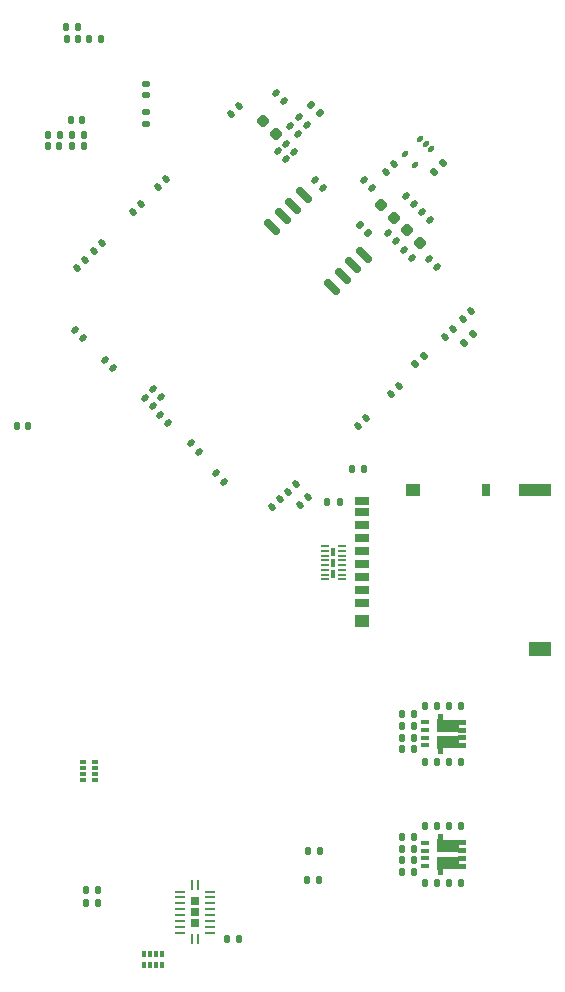
<source format=gbr>
%TF.GenerationSoftware,KiCad,Pcbnew,9.0.1*%
%TF.CreationDate,2025-05-12T23:36:45-04:00*%
%TF.ProjectId,CRVFCU,43525646-4355-42e6-9b69-6361645f7063,rev?*%
%TF.SameCoordinates,Original*%
%TF.FileFunction,Paste,Bot*%
%TF.FilePolarity,Positive*%
%FSLAX46Y46*%
G04 Gerber Fmt 4.6, Leading zero omitted, Abs format (unit mm)*
G04 Created by KiCad (PCBNEW 9.0.1) date 2025-05-12 23:36:45*
%MOMM*%
%LPD*%
G01*
G04 APERTURE LIST*
G04 Aperture macros list*
%AMRoundRect*
0 Rectangle with rounded corners*
0 $1 Rounding radius*
0 $2 $3 $4 $5 $6 $7 $8 $9 X,Y pos of 4 corners*
0 Add a 4 corners polygon primitive as box body*
4,1,4,$2,$3,$4,$5,$6,$7,$8,$9,$2,$3,0*
0 Add four circle primitives for the rounded corners*
1,1,$1+$1,$2,$3*
1,1,$1+$1,$4,$5*
1,1,$1+$1,$6,$7*
1,1,$1+$1,$8,$9*
0 Add four rect primitives between the rounded corners*
20,1,$1+$1,$2,$3,$4,$5,0*
20,1,$1+$1,$4,$5,$6,$7,0*
20,1,$1+$1,$6,$7,$8,$9,0*
20,1,$1+$1,$8,$9,$2,$3,0*%
%AMFreePoly0*
4,1,17,1.515000,0.170000,0.915000,0.170000,0.915000,-0.080000,1.515000,-0.080000,1.515000,-0.480000,0.915000,-0.480000,0.915000,-0.505000,-0.395000,-0.505000,-0.395000,-1.005000,-0.825000,-1.005000,-0.825000,-0.625000,-0.915000,-0.625000,-0.915000,0.505000,0.815000,0.505000,0.815000,0.570000,1.515000,0.570000,1.515000,0.170000,1.515000,0.170000,$1*%
%AMFreePoly1*
4,1,17,-0.395000,0.505000,0.915000,0.505000,0.915000,0.480000,1.515000,0.480000,1.515000,0.080000,0.915000,0.080000,0.915000,-0.170000,1.515000,-0.170000,1.515000,-0.570000,0.815000,-0.570000,0.815000,-0.505000,-0.915000,-0.505000,-0.915000,0.625000,-0.825000,0.625000,-0.825000,1.005000,-0.395000,1.005000,-0.395000,0.505000,-0.395000,0.505000,$1*%
G04 Aperture macros list end*
%ADD10RoundRect,0.140000X0.219203X0.021213X0.021213X0.219203X-0.219203X-0.021213X-0.021213X-0.219203X0*%
%ADD11R,0.240000X0.900000*%
%ADD12R,0.900000X0.240000*%
%ADD13R,0.800000X0.800000*%
%ADD14R,0.400000X0.500000*%
%ADD15R,0.300000X0.500000*%
%ADD16RoundRect,0.135000X-0.135000X-0.185000X0.135000X-0.185000X0.135000X0.185000X-0.135000X0.185000X0*%
%ADD17RoundRect,0.135000X0.135000X0.185000X-0.135000X0.185000X-0.135000X-0.185000X0.135000X-0.185000X0*%
%ADD18RoundRect,0.100000X0.088388X0.229810X-0.229810X-0.088388X-0.088388X-0.229810X0.229810X0.088388X0*%
%ADD19RoundRect,0.140000X0.021213X-0.219203X0.219203X-0.021213X-0.021213X0.219203X-0.219203X0.021213X0*%
%ADD20RoundRect,0.135000X-0.035355X0.226274X-0.226274X0.035355X0.035355X-0.226274X0.226274X-0.035355X0*%
%ADD21RoundRect,0.140000X-0.219203X-0.021213X-0.021213X-0.219203X0.219203X0.021213X0.021213X0.219203X0*%
%ADD22RoundRect,0.080000X0.080000X0.295000X-0.080000X0.295000X-0.080000X-0.295000X0.080000X-0.295000X0*%
%ADD23RoundRect,0.050000X0.262500X0.050000X-0.262500X0.050000X-0.262500X-0.050000X0.262500X-0.050000X0*%
%ADD24RoundRect,0.140000X-0.021213X0.219203X-0.219203X0.021213X0.021213X-0.219203X0.219203X-0.021213X0*%
%ADD25RoundRect,0.140000X-0.140000X-0.170000X0.140000X-0.170000X0.140000X0.170000X-0.140000X0.170000X0*%
%ADD26R,0.760000X0.350000*%
%ADD27FreePoly0,0.000000*%
%ADD28FreePoly1,0.000000*%
%ADD29RoundRect,0.218750X-0.335876X-0.026517X-0.026517X-0.335876X0.335876X0.026517X0.026517X0.335876X0*%
%ADD30RoundRect,0.135000X0.226274X0.035355X0.035355X0.226274X-0.226274X-0.035355X-0.035355X-0.226274X0*%
%ADD31RoundRect,0.135000X-0.226274X-0.035355X-0.035355X-0.226274X0.226274X0.035355X0.035355X0.226274X0*%
%ADD32R,0.500000X0.400000*%
%ADD33R,0.500000X0.300000*%
%ADD34RoundRect,0.140000X-0.170000X0.140000X-0.170000X-0.140000X0.170000X-0.140000X0.170000X0.140000X0*%
%ADD35RoundRect,0.140000X0.140000X0.170000X-0.140000X0.170000X-0.140000X-0.170000X0.140000X-0.170000X0*%
%ADD36RoundRect,0.218750X0.335876X0.026517X0.026517X0.335876X-0.335876X-0.026517X-0.026517X-0.335876X0*%
%ADD37RoundRect,0.135000X-0.185000X0.135000X-0.185000X-0.135000X0.185000X-0.135000X0.185000X0.135000X0*%
%ADD38RoundRect,0.162500X0.574524X-0.344715X-0.344715X0.574524X-0.574524X0.344715X0.344715X-0.574524X0*%
%ADD39R,1.200000X0.700000*%
%ADD40R,0.800000X1.000000*%
%ADD41R,2.800000X1.000000*%
%ADD42R,1.200000X1.000000*%
%ADD43R,1.900000X1.300000*%
G04 APERTURE END LIST*
D10*
%TO.C,C20*%
X56160589Y-63810589D03*
X56839411Y-64489411D03*
%TD*%
D11*
%TO.C,U5*%
X58850000Y-103600000D03*
D12*
X57800000Y-104150000D03*
X57800000Y-104650000D03*
X57800000Y-105150000D03*
X57800000Y-105650000D03*
X57800000Y-106150000D03*
X57800000Y-106650000D03*
X57800000Y-107150000D03*
X57800000Y-107650000D03*
D11*
X58850000Y-108200000D03*
X59350000Y-108200000D03*
D12*
X60400000Y-107650000D03*
X60400000Y-107150000D03*
X60400000Y-106650000D03*
X60400000Y-106150000D03*
X60400000Y-105650000D03*
X60400000Y-105150000D03*
X60400000Y-104650000D03*
X60400000Y-104150000D03*
D11*
X59350000Y-103600000D03*
D13*
X59100000Y-104950000D03*
X59100000Y-105900000D03*
X59100000Y-106850000D03*
%TD*%
D10*
%TO.C,C28*%
X66600000Y-37200000D03*
X65921178Y-36521178D03*
%TD*%
D14*
%TO.C,R39*%
X56300000Y-110400000D03*
D15*
X55800000Y-110400000D03*
X55300000Y-110400000D03*
D14*
X54800000Y-110400000D03*
X54800000Y-109400000D03*
D15*
X55300000Y-109400000D03*
X55800000Y-109400000D03*
D14*
X56300000Y-109400000D03*
%TD*%
D16*
%TO.C,R28*%
X76590000Y-90100000D03*
X77610000Y-90100000D03*
%TD*%
%TO.C,R19*%
X76599999Y-102510000D03*
X77619999Y-102510000D03*
%TD*%
D17*
%TO.C,R44*%
X50910000Y-105100000D03*
X49890000Y-105100000D03*
%TD*%
D18*
%TO.C,U17*%
X78180761Y-40390761D03*
X78640380Y-40850381D03*
X79100000Y-41310000D03*
X77756497Y-42653503D03*
X76837258Y-41734264D03*
%TD*%
D19*
%TO.C,C24*%
X50500001Y-49950000D03*
X51178823Y-49271178D03*
%TD*%
D20*
%TO.C,R5*%
X82610871Y-56968061D03*
X81889623Y-57689309D03*
%TD*%
D21*
%TO.C,C18*%
X67900000Y-38550000D03*
X68578822Y-39228822D03*
%TD*%
D17*
%TO.C,R25*%
X77619999Y-101510000D03*
X76599999Y-101510000D03*
%TD*%
D20*
%TO.C,R6*%
X78460624Y-58789376D03*
X77739376Y-59510624D03*
%TD*%
D16*
%TO.C,R20*%
X48190000Y-30950000D03*
X49210000Y-30950000D03*
%TD*%
D17*
%TO.C,R30*%
X81629999Y-88400000D03*
X80609999Y-88400000D03*
%TD*%
D16*
%TO.C,R32*%
X76590000Y-92100000D03*
X77610000Y-92100000D03*
%TD*%
D22*
%TO.C,U11*%
X70815000Y-77240000D03*
X70815000Y-76310000D03*
X70815000Y-75380000D03*
D23*
X71527500Y-74910000D03*
X71527500Y-75310000D03*
X71527500Y-75710000D03*
X71527500Y-76110000D03*
X71527500Y-76510000D03*
X71527500Y-76910000D03*
X71527500Y-77310000D03*
X71527500Y-77710000D03*
X70102500Y-77710000D03*
X70102500Y-77310000D03*
X70102500Y-76910000D03*
X70102500Y-76510000D03*
X70102500Y-76110000D03*
X70102500Y-75710000D03*
X70102500Y-75310000D03*
X70102500Y-74910000D03*
%TD*%
D24*
%TO.C,C33*%
X73578822Y-64071178D03*
X72900000Y-64750000D03*
%TD*%
D16*
%TO.C,R46*%
X72380002Y-68400000D03*
X73400000Y-68400000D03*
%TD*%
%TO.C,R37*%
X68540000Y-103200000D03*
X69560000Y-103200000D03*
%TD*%
D21*
%TO.C,C22*%
X48960589Y-56610589D03*
X49639411Y-57289411D03*
%TD*%
D17*
%TO.C,R14*%
X81610000Y-98610000D03*
X80590000Y-98610000D03*
%TD*%
D25*
%TO.C,C45*%
X48710000Y-41050000D03*
X49670000Y-41050000D03*
%TD*%
D26*
%TO.C,U8*%
X78535000Y-101980000D03*
X78535000Y-101330000D03*
X78535000Y-100680000D03*
X78535000Y-100030000D03*
D27*
X80500000Y-101700000D03*
D28*
X80500000Y-100310000D03*
%TD*%
D16*
%TO.C,R27*%
X78590000Y-103410000D03*
X79610000Y-103410000D03*
%TD*%
D21*
%TO.C,C17*%
X67100000Y-39350000D03*
X67778822Y-40028822D03*
%TD*%
%TO.C,C16*%
X55560589Y-61610589D03*
X56239411Y-62289411D03*
%TD*%
D16*
%TO.C,R11*%
X76590000Y-100510000D03*
X77610000Y-100510000D03*
%TD*%
D17*
%TO.C,R29*%
X77610000Y-89100000D03*
X76590000Y-89100000D03*
%TD*%
D21*
%TO.C,C21*%
X51500000Y-59150001D03*
X52178822Y-59828823D03*
%TD*%
D19*
%TO.C,C27*%
X62100000Y-38350000D03*
X62778822Y-37671178D03*
%TD*%
D17*
%TO.C,R10*%
X62810000Y-108200000D03*
X61790000Y-108200000D03*
%TD*%
D19*
%TO.C,C25*%
X53821179Y-46628822D03*
X54500001Y-45950000D03*
%TD*%
D21*
%TO.C,C55*%
X66770589Y-40830589D03*
X67449411Y-41509411D03*
%TD*%
D19*
%TO.C,C36*%
X66960589Y-70289411D03*
X67639411Y-69610589D03*
%TD*%
D10*
%TO.C,C11*%
X77610929Y-45935771D03*
X76932107Y-45256949D03*
%TD*%
D17*
%TO.C,R34*%
X81610000Y-93200000D03*
X80590000Y-93200000D03*
%TD*%
D29*
%TO.C,L2*%
X74854081Y-45978923D03*
X75967775Y-47092617D03*
%TD*%
D19*
%TO.C,C34*%
X81760590Y-55689411D03*
X82439412Y-55010589D03*
%TD*%
D30*
%TO.C,R23*%
X73771552Y-48396395D03*
X73050304Y-47675147D03*
%TD*%
D25*
%TO.C,C48*%
X48220000Y-31950000D03*
X49180000Y-31950000D03*
%TD*%
D17*
%TO.C,R43*%
X50900001Y-104000000D03*
X49880001Y-104000000D03*
%TD*%
D21*
%TO.C,C19*%
X75471517Y-48396360D03*
X76150339Y-49075182D03*
%TD*%
D31*
%TO.C,R4*%
X68928999Y-37528685D03*
X69650247Y-38249933D03*
%TD*%
D32*
%TO.C,R38*%
X49600000Y-94700000D03*
D33*
X49600000Y-94200000D03*
X49600000Y-93700000D03*
D32*
X49600000Y-93200000D03*
X50600000Y-93200000D03*
D33*
X50600000Y-93700000D03*
X50600000Y-94200000D03*
D32*
X50600000Y-94700000D03*
%TD*%
D21*
%TO.C,C29*%
X73421178Y-43871177D03*
X74100000Y-44549999D03*
%TD*%
D34*
%TO.C,C46*%
X54925000Y-35765000D03*
X54925000Y-36725000D03*
%TD*%
D24*
%TO.C,C53*%
X75969411Y-42520589D03*
X75290589Y-43199411D03*
%TD*%
D19*
%TO.C,C23*%
X49100001Y-51350000D03*
X49778823Y-50671178D03*
%TD*%
D21*
%TO.C,C32*%
X60900000Y-68750000D03*
X61578822Y-69428822D03*
%TD*%
D20*
%TO.C,R42*%
X80046248Y-42503752D03*
X79325000Y-43225000D03*
%TD*%
D35*
%TO.C,C47*%
X51100000Y-31950000D03*
X50140000Y-31950000D03*
%TD*%
D25*
%TO.C,C44*%
X48550000Y-38850000D03*
X49510000Y-38850000D03*
%TD*%
D16*
%TO.C,R31*%
X78580000Y-88400000D03*
X79600000Y-88400000D03*
%TD*%
D21*
%TO.C,C31*%
X76760589Y-49810589D03*
X77439411Y-50489411D03*
%TD*%
D19*
%TO.C,C35*%
X68021178Y-71428822D03*
X68700000Y-70750000D03*
%TD*%
D26*
%TO.C,U16*%
X78535000Y-91770000D03*
X78535000Y-91120000D03*
X78535000Y-90470000D03*
X78535000Y-89820000D03*
D27*
X80500000Y-91490000D03*
D28*
X80500000Y-90100000D03*
%TD*%
D16*
%TO.C,R35*%
X78590000Y-93200000D03*
X79610000Y-93200000D03*
%TD*%
%TO.C,R22*%
X46620000Y-40050000D03*
X47640000Y-40050000D03*
%TD*%
D17*
%TO.C,R33*%
X77610000Y-91116000D03*
X76590000Y-91116000D03*
%TD*%
D10*
%TO.C,C12*%
X78950340Y-47275182D03*
X78271518Y-46596360D03*
%TD*%
D21*
%TO.C,C15*%
X54821178Y-62331767D03*
X55500000Y-63010589D03*
%TD*%
D19*
%TO.C,C26*%
X55960589Y-44489411D03*
X56639411Y-43810589D03*
%TD*%
D21*
%TO.C,C54*%
X66110589Y-41470589D03*
X66789411Y-42149411D03*
%TD*%
D36*
%TO.C,L3*%
X78124623Y-49249465D03*
X77010929Y-48135771D03*
%TD*%
D16*
%TO.C,R16*%
X78590000Y-98610000D03*
X79610000Y-98610000D03*
%TD*%
%TO.C,R36*%
X68680000Y-100700000D03*
X69700000Y-100700000D03*
%TD*%
D29*
%TO.C,L1*%
X64866306Y-38876306D03*
X65980000Y-39990000D03*
%TD*%
D35*
%TO.C,C42*%
X47610000Y-41050000D03*
X46650000Y-41050000D03*
%TD*%
D37*
%TO.C,R21*%
X54925000Y-38115000D03*
X54925000Y-39135000D03*
%TD*%
D10*
%TO.C,C10*%
X59439412Y-66889411D03*
X58760590Y-66210589D03*
%TD*%
D17*
%TO.C,R26*%
X81610000Y-103410000D03*
X80590000Y-103410000D03*
%TD*%
D19*
%TO.C,C13*%
X80221178Y-57228822D03*
X80900000Y-56550000D03*
%TD*%
D25*
%TO.C,C40*%
X44000000Y-64700000D03*
X44960000Y-64700000D03*
%TD*%
D24*
%TO.C,C39*%
X76339411Y-61310589D03*
X75660589Y-61989411D03*
%TD*%
D21*
%TO.C,C30*%
X78900000Y-50600000D03*
X79578822Y-51278822D03*
%TD*%
D24*
%TO.C,C14*%
X66300000Y-70950000D03*
X65621178Y-71628822D03*
%TD*%
D10*
%TO.C,C51*%
X69889750Y-44614593D03*
X69210928Y-43935771D03*
%TD*%
D16*
%TO.C,R24*%
X70305000Y-71125000D03*
X71325000Y-71125000D03*
%TD*%
D17*
%TO.C,R12*%
X77619999Y-99510000D03*
X76599999Y-99510000D03*
%TD*%
D25*
%TO.C,C43*%
X48710000Y-40050000D03*
X49670000Y-40050000D03*
%TD*%
D38*
%TO.C,U10*%
X73383784Y-50239707D03*
X72485758Y-51137733D03*
X71587733Y-52035758D03*
X70689707Y-52933784D03*
X65616216Y-47860293D03*
X66514242Y-46962267D03*
X67412267Y-46064242D03*
X68310293Y-45166216D03*
%TD*%
D39*
%TO.C,J4*%
X73225000Y-79725000D03*
X73225000Y-78625000D03*
X73225000Y-77525000D03*
X73225000Y-76425000D03*
X73225000Y-75325000D03*
X73225000Y-74225000D03*
X73225000Y-73125000D03*
X73225000Y-72025000D03*
X73225000Y-71075000D03*
D40*
X83725000Y-70125000D03*
D41*
X87875000Y-70125000D03*
D42*
X77525000Y-70125000D03*
X73225000Y-81275000D03*
D43*
X88325000Y-83625000D03*
%TD*%
M02*

</source>
